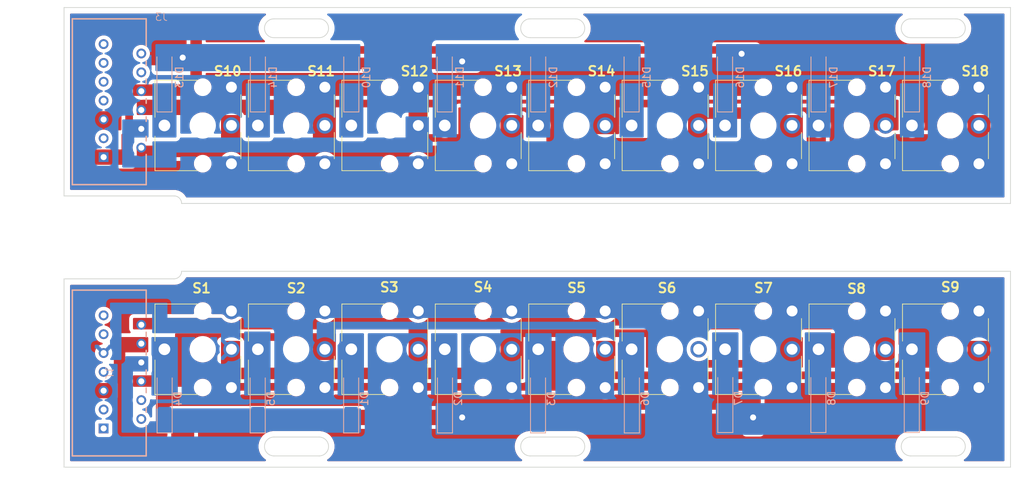
<source format=kicad_pcb>
(kicad_pcb (version 20231007) (generator pcbnew)
  (layers (0 "F.Cu" signal) (31 "B.Cu" signal) (34 "B.Paste" user) (35 "F.Paste" user) (36 "B.SilkS" user "B.Silkscreen") (37 "F.SilkS" user "F.Silkscreen") (38 "B.Mask" user) (39 "F.Mask" user) (44 "Edge.Cuts" user))
  (net 0 "")
  (net 1 "/right_fkeys/ROW_F2")
  (net 2 "/right_fkeys/COL_3")
  (net 5 "/right_fkeys/COL_5")
  (net 6 "/right_fkeys/ROW_ESC")
  (net 7 "/right_fkeys/COL_4")
  (net 8 "/left_fkeys/COL_2")
  (net 9 "/left_fkeys/ROW_F2")
  (net 10 "/left_fkeys/ROW_ESC")
  (net 11 "/left_fkeys/ROW_F1")
  (net 12 "/left_fkeys/COL_0")
  (net 13 "/left_fkeys/COL_1")
  (net 14 "/right_fkeys/ROW_F1")
  (net 15 "GND_R")
  (net 16 "GND_L")
  (net 17 "Net-(D1-A)")
  (net 18 "Net-(D2-A)")
  (net 19 "Net-(D3-A)")
  (net 20 "Net-(D4-A)")
  (net 21 "Net-(D5-A)")
  (net 22 "Net-(D6-A)")
  (net 23 "Net-(D7-A)")
  (net 24 "Net-(D8-A)")
  (net 25 "Net-(D9-A)")
  (net 26 "Net-(D10-K)")
  (net 27 "Net-(D11-K)")
  (net 28 "Net-(D12-K)")
  (net 29 "Net-(D13-K)")
  (net 30 "Net-(D14-K)")
  (net 31 "Net-(D15-K)")
  (net 32 "Net-(D16-K)")
  (net 33 "Net-(D17-K)")
  (net 34 "Net-(D18-K)")
  (net 38 "/left_fkeys/ROW_F2__")
  (net 39 "/left_fkeys/ROW_F2_")
  (net 40 "/left_fkeys/ROW_F1_")
  (net 41 "/right_fkeys/ROW_F2_")
  (net 42 "/right_fkeys/ROW_F2__")
  (net 43 "/right_fkeys/COL_5_")
  (net 44 "/right_fkeys/ROW_F1_")
  (net 45 "/right_fkeys/ROW_F1__")
  (net 46 "/left_fkeys/__ROW_F1")
  (footprint "dodo_button_and_switch:ML1A11JW" (layer "F.Cu") (at 128.805 103.61 -90)
    (property "Reference" "S2" (at -3.02 3.81 180) (layer "F.SilkS") (effects (font (size 1.27 1.27) (thickness 0.254))))
    (property "Value" "ML1A-11JW" hide)
    (pad "" np_thru_hole circle (at 0 3.81 270) (size 1.55 1.55) (drill 1.55) (layers "*.Cu" "*.Mask"))
    (pad "" np_thru_hole circle (at 5.08 3.81 270) (size 2.7 2.7) (drill 2.7) (layers "*.Cu" "*.Mask"))
    (pad "" np_thru_hole circle (at 10.16 3.81 270) (size 1.55 1.55) (drill 1.55) (layers "*.Cu" "*.Mask"))
    (pad "1" thru_hole circle (at 0 0 270) (size 2.175 2.175) (drill 1.45) (layers "*.Cu" "*.Mask") (net 15 "GND_R"))
    (pad "2" thru_hole circle (at 5.08 0 270) (size 2.175 2.175) (drill 1.45) (layers "*.Cu" "*.Mask") (net 14 "/right_fkeys/ROW_F1"))
    (pad "3" thru_hole circle (at 10.16 0 270) (size 2.175 2.175) (drill 1.45) (layers "*.Cu" "*.Mask") (net 15 "GND_R"))
    (pad "4" thru_hole circle (at 5.08 8.89 270) (size 2.325 2.325) (drill 1.55) (layers "*.Cu" "*.Mask") (net 21 "Net-(D5-A)"))
  )
  (footprint "dodo_button_and_switch:ML1A11JW" (layer "F.Cu") (at 203.205 73.91 -90)
    (property "Reference" "S17" (at -2.12 0.49 180) (layer "F.SilkS") (effects (font (size 1.27 1.27) (thickness 0.254))))
    (property "Value" "ML1A-11JW" hide)
    (pad "" np_thru_hole circle (at 0 3.81 270) (size 1.55 1.55) (drill 1.55) (layers "*.Cu" "*.Mask"))
    (pad "" np_thru_hole circle (at 5.08 3.81 270) (size 2.7 2.7) (drill 2.7) (layers "*.Cu" "*.Mask"))
    (pad "" np_thru_hole circle (at 10.16 3.81 270) (size 1.55 1.55) (drill 1.55) (layers "*.Cu" "*.Mask"))
    (pad "1" thru_hole circle (at 0 0 270) (size 2.175 2.175) (drill 1.45) (layers "*.Cu" "*.Mask") (net 16 "GND_L"))
    (pad "2" thru_hole circle (at 5.08 0 270) (size 2.175 2.175) (drill 1.45) (layers "*.Cu" "*.Mask") (net 11 "/left_fkeys/ROW_F1"))
    (pad "3" thru_hole circle (at 10.16 0 270) (size 2.175 2.175) (drill 1.45) (layers "*.Cu" "*.Mask") (net 16 "GND_L"))
    (pad "4" thru_hole circle (at 5.08 8.89 270) (size 2.325 2.325) (drill 1.55) (layers "*.Cu" "*.Mask") (net 33 "Net-(D17-K)"))
  )
  (footprint "dodo_button_and_switch:ML1A11JW" (layer "F.Cu") (at 153.605 103.61 -90)
    (property "Reference" "S4" (at -3.17 3.81 180) (layer "F.SilkS") (effects (font (size 1.27 1.27) (thickness 0.254))))
    (property "Value" "ML1A-11JW" hide)
    (pad "" np_thru_hole circle (at 0 3.81 270) (size 1.55 1.55) (drill 1.55) (layers "*.Cu" "*.Mask"))
    (pad "" np_thru_hole circle (at 5.08 3.81 270) (size 2.7 2.7) (drill 2.7) (layers "*.Cu" "*.Mask"))
    (pad "" np_thru_hole circle (at 10.16 3.81 270) (size 1.55 1.55) (drill 1.55) (layers "*.Cu" "*.Mask"))
    (pad "1" thru_hole circle (at 0 0 270) (size 2.175 2.175) (drill 1.45) (layers "*.Cu" "*.Mask") (net 15 "GND_R"))
    (pad "2" thru_hole circle (at 5.08 0 270) (size 2.175 2.175) (drill 1.45) (layers "*.Cu" "*.Mask") (net 6 "/right_fkeys/ROW_ESC"))
    (pad "3" thru_hole circle (at 10.16 0 270) (size 2.175 2.175) (drill 1.45) (layers "*.Cu" "*.Mask") (net 15 "GND_R"))
    (pad "4" thru_hole circle (at 5.08 8.89 270) (size 2.325 2.325) (drill 1.55) (layers "*.Cu" "*.Mask") (net 18 "Net-(D2-A)"))
  )
  (footprint "dodo_button_and_switch:ML1A11JW" (layer "F.Cu") (at 116.405 73.91 -90)
    (property "Reference" "S10" (at -2.12 0.49 180) (layer "F.SilkS") (effects (font (size 1.27 1.27) (thickness 0.254))))
    (property "Value" "ML1A-11JW" hide)
    (pad "" np_thru_hole circle (at 0 3.81 270) (size 1.55 1.55) (drill 1.55) (layers "*.Cu" "*.Mask"))
    (pad "" np_thru_hole circle (at 5.08 3.81 270) (size 2.7 2.7) (drill 2.7) (layers "*.Cu" "*.Mask"))
    (pad "" np_thru_hole circle (at 10.16 3.81 270) (size 1.55 1.55) (drill 1.55) (layers "*.Cu" "*.Mask"))
    (pad "1" thru_hole circle (at 0 0 270) (size 2.175 2.175) (drill 1.45) (layers "*.Cu" "*.Mask") (net 16 "GND_L"))
    (pad "2" thru_hole circle (at 5.08 0 270) (size 2.175 2.175) (drill 1.45) (layers "*.Cu" "*.Mask") (net 10 "/left_fkeys/ROW_ESC"))
    (pad "3" thru_hole circle (at 10.16 0 270) (size 2.175 2.175) (drill 1.45) (layers "*.Cu" "*.Mask") (net 16 "GND_L"))
    (pad "4" thru_hole circle (at 5.08 8.89 270) (size 2.325 2.325) (drill 1.55) (layers "*.Cu" "*.Mask") (net 29 "Net-(D13-K)"))
  )
  (footprint "dodo_button_and_switch:ML1A11JW" (layer "F.Cu") (at 153.605 73.91 -90)
    (property "Reference" "S13" (at -2.12 0.49 180) (layer "F.SilkS") (effects (font (size 1.27 1.27) (thickness 0.254))))
    (property "Value" "ML1A-11JW" hide)
    (pad "" np_thru_hole circle (at 0 3.81 270) (size 1.55 1.55) (drill 1.55) (layers "*.Cu" "*.Mask"))
    (pad "" np_thru_hole circle (at 5.08 3.81 270) (size 2.7 2.7) (drill 2.7) (layers "*.Cu" "*.Mask"))
    (pad "" np_thru_hole circle (at 10.16 3.81 270) (size 1.55 1.55) (drill 1.55) (layers "*.Cu" "*.Mask"))
    (pad "1" thru_hole circle (at 0 0 270) (size 2.175 2.175) (drill 1.45) (layers "*.Cu" "*.Mask") (net 16 "GND_L"))
    (pad "2" thru_hole circle (at 5.08 0 270) (size 2.175 2.175) (drill 1.45) (layers "*.Cu" "*.Mask") (net 10 "/left_fkeys/ROW_ESC"))
    (pad "3" thru_hole circle (at 10.16 0 270) (size 2.175 2.175) (drill 1.45) (layers "*.Cu" "*.Mask") (net 16 "GND_L"))
    (pad "4" thru_hole circle (at 5.08 8.89 270) (size 2.325 2.325) (drill 1.55) (layers "*.Cu" "*.Mask") (net 27 "Net-(D11-K)"))
  )
  (footprint "dodo_button_and_switch:ML1A11JW" (layer "F.Cu") (at 166.005 103.61 -90)
    (property "Reference" "S5" (at -3.0695 3.795 180) (layer "F.SilkS") (effects (font (size 1.27 1.27) (thickness 0.254))))
    (property "Value" "ML1A-11JW" hide)
    (pad "" np_thru_hole circle (at 0 3.81 270) (size 1.55 1.55) (drill 1.55) (layers "*.Cu" "*.Mask"))
    (pad "" np_thru_hole circle (at 5.08 3.81 270) (size 2.7 2.7) (drill 2.7) (layers "*.Cu" "*.Mask"))
    (pad "" np_thru_hole circle (at 10.16 3.81 270) (size 1.55 1.55) (drill 1.55) (layers "*.Cu" "*.Mask"))
    (pad "1" thru_hole circle (at 0 0 270) (size 2.175 2.175) (drill 1.45) (layers "*.Cu" "*.Mask") (net 15 "GND_R"))
    (pad "2" thru_hole circle (at 5.08 0 270) (size 2.175 2.175) (drill 1.45) (layers "*.Cu" "*.Mask") (net 14 "/right_fkeys/ROW_F1"))
    (pad "3" thru_hole circle (at 10.16 0 270) (size 2.175 2.175) (drill 1.45) (layers "*.Cu" "*.Mask") (net 15 "GND_R"))
    (pad "4" thru_hole circle (at 5.08 8.89 270) (size 2.325 2.325) (drill 1.55) (layers "*.Cu" "*.Mask") (net 19 "Net-(D3-A)"))
  )
  (footprint "dodo_button_and_switch:ML1A11JW" (layer "F.Cu") (at 141.205 73.91 -90)
    (property "Reference" "S12" (at -2.12 0.49 180) (layer "F.SilkS") (effects (font (size 1.27 1.27) (thickness 0.254))))
    (property "Value" "ML1A-11JW" hide)
    (pad "" np_thru_hole circle (at 0 3.81 270) (size 1.55 1.55) (drill 1.55) (layers "*.Cu" "*.Mask"))
    (pad "" np_thru_hole circle (at 5.08 3.81 270) (size 2.7 2.7) (drill 2.7) (layers "*.Cu" "*.Mask"))
    (pad "" np_thru_hole circle (at 10.16 3.81 270) (size 1.55 1.55) (drill 1.55) (layers "*.Cu" "*.Mask"))
    (pad "1" thru_hole circle (at 0 0 270) (size 2.175 2.175) (drill 1.45) (layers "*.Cu" "*.Mask") (net 16 "GND_L"))
    (pad "2" thru_hole circle (at 5.08 0 270) (size 2.175 2.175) (drill 1.45) (layers "*.Cu" "*.Mask") (net 9 "/left_fkeys/ROW_F2"))
    (pad "3" thru_hole circle (at 10.16 0 270) (size 2.175 2.175) (drill 1.45) (layers "*.Cu" "*.Mask") (net 16 "GND_L"))
    (pad "4" thru_hole circle (at 5.08 8.89 270) (size 2.325 2.325) (drill 1.55) (layers "*.Cu" "*.Mask") (net 26 "Net-(D10-K)"))
  )
  (footprint "dodo_button_and_switch:ML1A11JW" (layer "F.Cu") (at 128.805 73.91 -90)
    (property "Reference" "S11" (at -2.12 0.49 180) (layer "F.SilkS") (effects (font (size 1.27 1.27) (thickness 0.254))))
    (property "Value" "ML1A-11JW" hide)
    (pad "" np_thru_hole circle (at 0 3.81 270) (size 1.55 1.55) (drill 1.55) (layers "*.Cu" "*.Mask"))
    (pad "" np_thru_hole circle (at 5.08 3.81 270) (size 2.7 2.7) (drill 2.7) (layers "*.Cu" "*.Mask"))
    (pad "" np_thru_hole circle (at 10.16 3.81 270) (size 1.55 1.55) (drill 1.55) (layers "*.Cu" "*.Mask"))
    (pad "1" thru_hole circle (at 0 0 270) (size 2.175 2.175) (drill 1.45) (layers "*.Cu" "*.Mask") (net 16 "GND_L"))
    (pad "2" thru_hole circle (at 5.08 0 270) (size 2.175 2.175) (drill 1.45) (layers "*.Cu" "*.Mask") (net 11 "/left_fkeys/ROW_F1"))
    (pad "3" thru_hole circle (at 10.16 0 270) (size 2.175 2.175) (drill 1.45) (layers "*.Cu" "*.Mask") (net 16 "GND_L"))
    (pad "4" thru_hole circle (at 5.08 8.89 270) (size 2.325 2.325) (drill 1.55) (layers "*.Cu" "*.Mask") (net 30 "Net-(D14-K)"))
  )
  (footprint "dodo_button_and_switch:ML1A11JW" (layer "F.Cu") (at 190.805 103.61 -90)
    (property "Reference" "S7" (at -3.0545 3.7955 180) (layer "F.SilkS") (effects (font (size 1.27 1.27) (thickness 0.254))))
    (property "Value" "ML1A-11JW" hide)
    (pad "" np_thru_hole circle (at 0 3.81 270) (size 1.55 1.55) (drill 1.55) (layers "*.Cu" "*.Mask"))
    (pad "" np_thru_hole circle (at 5.08 3.81 270) (size 2.7 2.7) (drill 2.7) (layers "*.Cu" "*.Mask"))
    (pad "" np_thru_hole circle (at 10.16 3.81 270) (size 1.55 1.55) (drill 1.55) (layers "*.Cu" "*.Mask"))
    (pad "1" thru_hole circle (at 0 0 270) (size 2.175 2.175) (drill 1.45) (layers "*.Cu" "*.Mask") (net 15 "GND_R"))
    (pad "2" thru_hole circle (at 5.08 0 270) (size 2.175 2.175) (drill 1.45) (layers "*.Cu" "*.Mask") (net 6 "/right_fkeys/ROW_ESC"))
    (pad "3" thru_hole circle (at 10.16 0 270) (size 2.175 2.175) (drill 1.45) (layers "*.Cu" "*.Mask") (net 15 "GND_R"))
    (pad "4" thru_hole circle (at 5.08 8.89 270) (size 2.325 2.325) (drill 1.55) (layers "*.Cu" "*.Mask") (net 23 "Net-(D7-A)"))
  )
  (footprint "dodo_button_and_switch:ML1A11JW" (layer "F.Cu") (at 166.005 73.91 -90)
    (property "Reference" "S14" (at -2.12 0.49 180) (layer "F.SilkS") (effects (font (size 1.27 1.27) (thickness 0.254))))
    (property "Value" "ML1A-11JW" hide)
    (pad "" np_thru_hole circle (at 0 3.81 270) (size 1.55 1.55) (drill 1.55) (layers "*.Cu" "*.Mask"))
    (pad "" np_thru_hole circle (at 5.08 3.81 270) (size 2.7 2.7) (drill 2.7) (layers "*.Cu" "*.Mask"))
    (pad "" np_thru_hole circle (at 10.16 3.81 270) (size 1.55 1.55) (drill 1.55) (layers "*.Cu" "*.Mask"))
    (pad "1" thru_hole circle (at 0 0 270) (size 2.175 2.175) (drill 1.45) (layers "*.Cu" "*.Mask") (net 16 "GND_L"))
    (pad "2" thru_hole circle (at 5.08 0 270) (size 2.175 2.175) (drill 1.45) (layers "*.Cu" "*.Mask") (net 11 "/left_fkeys/ROW_F1"))
    (pad "3" thru_hole circle (at 10.16 0 270) (size 2.175 2.175) (drill 1.45) (layers "*.Cu" "*.Mask") (net 16 "GND_L"))
    (pad "4" thru_hole circle (at 5.08 8.89 270) (size 2.325 2.325) (drill 1.55) (layers "*.Cu" "*.Mask") (net 28 "Net-(D12-K)"))
  )
  (footprint "dodo_button_and_switch:ML1A11JW" (layer "F.Cu") (at 215.605 73.91 -90)
    (property "Reference" "S18" (at -2.12 0.49 180) (layer "F.SilkS") (effects (font (size 1.27 1.27) (thickness 0.254))))
    (property "Value" "ML1A-11JW" hide)
    (pad "" np_thru_hole circle (at 0 3.81 270) (size 1.55 1.55) (drill 1.55) (layers "*.Cu" "*.Mask"))
    (pad "" np_thru_hole circle (at 5.08 3.81 270) (size 2.7 2.7) (drill 2.7) (layers "*.Cu" "*.Mask"))
    (pad "" np_thru_hole circle (at 10.16 3.81 270) (size 1.55 1.55) (drill 1.55) (layers "*.Cu" "*.Mask"))
    (pad "1" thru_hole circle (at 0 0 270) (size 2.175 2.175) (drill 1.45) (layers "*.Cu" "*.Mask") (net 16 "GND_L"))
    (pad "2" thru_hole circle (at 5.08 0 270) (size 2.175 2.175) (drill 1.45) (layers "*.Cu" "*.Mask") (net 9 "/left_fkeys/ROW_F2"))
    (pad "3" thru_hole circle (at 10.16 0 270) (size 2.175 2.175) (drill 1.45) (layers "*.Cu" "*.Mask") (net 16 "GND_L"))
    (pad "4" thru_hole circle (at 5.08 8.89 270) (size 2.325 2.325) (drill 1.55) (layers "*.Cu" "*.Mask") (net 34 "Net-(D18-K)"))
  )
  (footprint "dodo_button_and_switch:ML1A11JW" (layer "F.Cu") (at 215.605 103.61 -90)
    (property "Reference" "S9" (at -3.1695 3.795 0) (layer "F.SilkS") (effects (font (size 1.27 1.27) (thickness 0.254))))
    (property "Value" "ML1A-11JW" hide)
    (pad "" np_thru_hole circle (at 0 3.81 270) (size 1.55 1.55) (drill 1.55) (layers "*.Cu" "*.Mask"))
    (pad "" np_thru_hole circle (at 5.08 3.81 270) (size 2.7 2.7) (drill 2.7) (layers "*.Cu" "*.Mask"))
    (pad "" np_thru_hole circle (at 10.16 3.81 270) (size 1.55 1.55) (drill 1.55) (layers "*.Cu" "*.Mask"))
    (pad "1" thru_hole circle (at 0 0 270) (size 2.175 2.175) (drill 1.45) (layers "*.Cu" "*.Mask") (net 15 "GND_R"))
    (pad "2" thru_hole circle (at 5.08 0 270) (size 2.175 2.175) (drill 1.45) (layers "*.Cu" "*.Mask") (net 14 "/right_fkeys/ROW_F1"))
    (pad "3" thru_hole circle (at 10.16 0 270) (size 2.175 2.175) (drill 1.45) (layers "*.Cu" "*.Mask") (net 15 "GND_R"))
    (pad "4" thru_hole circle (at 5.08 8.89 270) (size 2.325 2.325) (drill 1.55) (layers "*.Cu" "*.Mask") (net 25 "Net-(D9-A)"))
  )
  (footprint "dodo_button_and_switch:ML1A11JW" (layer "F.Cu") (at 141.205 103.61 -90)
    (property "Reference" "S3" (at -3.1495 3.845 180) (layer "F.SilkS") (effects (font (size 1.27 1.27) (thickness 0.254))))
    (property "Value" "ML1A-11JW" hide)
    (pad "" np_thru_hole circle (at 0 3.81 270) (size 1.55 1.55) (drill 1.55) (layers "*.Cu" "*.Mask"))
    (pad "" np_thru_hole circle (at 5.08 3.81 270) (size 2.7 2.7) (drill 2.7) (layers "*.Cu" "*.Mask"))
    (pad "" np_thru_hole circle (at 10.16 3.81 270) (size 1.55 1.55) (drill 1.55) (layers "*.Cu" "*.Mask"))
    (pad "1" thru_hole circle (at 0 0 270) (size 2.175 2.175) (drill 1.45) (layers "*.Cu" "*.Mask") (net 15 "GND_R"))
    (pad "2" thru_hole circle (at 5.08 0 270) (size 2.175 2.175) (drill 1.45) (layers "*.Cu" "*.Mask") (net 1 "/right_fkeys/ROW_F2"))
    (pad "3" thru_hole circle (at 10.16 0 270) (size 2.175 2.175) (drill 1.45) (layers "*.Cu" "*.Mask") (net 15 "GND_R"))
    (pad "4" thru_hole circle (at 5.08 8.89 270) (size 2.325 2.325) (drill 1.55) (layers "*.Cu" "*.Mask") (net 17 "Net-(D1-A)"))
  )
  (footprint "dodo_button_and_switch:ML1A11JW" (layer "F.Cu") (at 203.205 103.61 -90)
    (property "Reference" "S8" (at -2.9545 3.8455 180) (layer "F.SilkS") (effects (font (size 1.27 1.27) (thickness 0.254))))
    (property "Value" "ML1A-11JW" hide)
    (pad "" np_thru_hole circle (at 0 3.81 270) (size 1.55 1.55) (drill 1.55) (layers "*.Cu" "*.Mask"))
    (pad "" np_thru_hole circle (at 5.08 3.81 270) (size 2.7 2.7) (drill 2.7) (layers "*.Cu" "*.Mask"))
    (pad "" np_thru_hole circle (at 10.16 3.81 270) (size 1.55 1.55) (drill 1.55) (layers "*.Cu" "*.Mask"))
    (pad "1" thru_hole circle (at 0 0 270) (size 2.175 2.175) (drill 1.45) (layers "*.Cu" "*.Mask") (net 15 "GND_R"))
    (pad "2" thru_hole circle (at 5.08 0 270) (size 2.175 2.175) (drill 1.45) (layers "*.Cu" "*.Mask") (net 1 "/right_fkeys/ROW_F2"))
    (pad "3" thru_hole circle (at 10.16 0 270) (size 2.175 2.175) (drill 1.45) (layers "*.Cu" "*.Mask") (net 15 "GND_R"))
    (pad "4" thru_hole circle (at 5.08 8.89 270) (size 2.325 2.325) (drill 1.55) (layers "*.Cu" "*.Mask") (net 24 "Net-(D8-A)"))
  )
  (footprint "dodo_button_and_switch:ML1A11JW" (layer "F.Cu") (at 190.805 73.91 -90)
    (property "Reference" "S16" (at -2.12 0.49 180) (layer "F.SilkS") (effects (font (size 1.27 1.27) (thickness 0.254))))
    (property "Value" "ML1A-11JW" hide)
    (pad "" np_thru_hole circle (at 0 3.81 270) (size 1.55 1.55) (drill 1.55) (layers "*.Cu" "*.Mask"))
    (pad "" np_thru_hole circle (at 5.08 3.81 270) (size 2.7 2.7) (drill 2.7) (layers "*.Cu" "*.Mask"))
    (pad "" np_thru_hole circle (at 10.16 3.81 270) (size 1.55 1.55) (drill 1.55) (layers "*.Cu" "*.Mask"))
    (pad "1" thru_hole circle (at 0 0 270) (size 2.175 2.175) (drill 1.45) (layers "*.Cu" "*.Mask") (net 16 "GND_L"))
    (pad "2" thru_hole circle (at 5.08 0 270) (size 2.175 2.175) (drill 1.45) (layers "*.Cu" "*.Mask") (net 10 "/left_fkeys/ROW_ESC"))
    (pad "3" thru_hole circle (at 10.16 0 270) (size 2.175 2.175) (drill 1.45) (layers "*.Cu" "*.Mask") (net 16 "GND_L"))
    (pad "4" thru_hole circle (at 5.08 8.89 270) (size 2.325 2.325) (drill 1.55) (layers "*.Cu" "*.Mask") (net 32 "Net-(D16-K)"))
  )
  (footprint "dodo_button_and_switch:ML1A11JW" (layer "F.Cu") (at 116.405 103.61 -90)
    (property "Reference" "S1" (at -3.02 3.96 180) (layer "F.SilkS") (effects (font (size 1.27 1.27) (thickness 0.254))))
    (property "Value" "ML1A-11JW" hide)
    (pad "" np_thru_hole circle (at 0 3.81 270) (size 1.55 1.55) (drill 1.55) (layers "*.Cu" "*.Mask"))
    (pad "" np_thru_hole circle (at 5.08 3.81 270) (size 2.7 2.7) (drill 2.7) (layers "*.Cu" "*.Mask"))
    (pad "" np_thru_hole circle (at 10.16 3.81 270) (size 1.55 1.55) (drill 1.55) (layers "*.Cu" "*.Mask"))
    (pad "1" thru_hole circle (at 0 0 270) (size 2.175 2.175) (drill 1.45) (layers "*.Cu" "*.Mask") (net 15 "GND_R"))
    (pad "2" thru_hole circle (at 5.08 0 270) (size 2.175 2.175) (drill 1.45) (layers "*.Cu" "*.Mask") (net 6 "/right_fkeys/ROW_ESC"))
    (pad "3" thru_hole circle (at 10.16 0 270) (size 2.175 2.175) (drill 1.45) (layers "*.Cu" "*.Mask") (net 15 "GND_R"))
    (pad "4" thru_hole circle (at 5.08 8.89 270) (size 2.325 2.325) (drill 1.55) (layers "*.Cu" "*.Mask") (net 20 "Net-(D4-A)"))
  )
  (footprint "dodo_button_and_switch:ML1A11JW" (layer "F.Cu") (at 178.405 103.61 -90)
    (property "Reference" "S6" (at -3.0545 4.195 0) (layer "F.SilkS") (effects (font (size 1.27 1.27) (thickness 0.254))))
    (property "Value" "ML1A-11JW" hide)
    (pad "" np_thru_hole circle (at 0 3.81 270) (size 1.55 1.55) (drill 1.55) (layers "*.Cu" "*.Mask"))
    (pad "" np_thru_hole circle (at 5.08 3.81 270) (size 2.7 2.7) (drill 2.7) (layers "*.Cu" "*.Mask"))
    (pad "" np_thru_hole circle (at 10.16 3.81 270) (size 1.55 1.55) (drill 1.55) (layers "*.Cu" "*.Mask"))
    (pad "1" thru_hole circle (at 0 0 270) (size 2.175 2.175) (drill 1.45) (layers "*.Cu" "*.Mask") (net 15 "GND_R"))
    (pad "2" thru_hole circle (at 5.08 0 270) (size 2.175 2.175) (drill 1.45) (layers "*.Cu" "*.Mask") (net 1 "/right_fkeys/ROW_F2"))
    (pad "3" thru_hole circle (at 10.16 0 270) (size 2.175 2.175) (drill 1.45) (layers "*.Cu" "*.Mask") (net 15 "GND_R"))
    (pad "4" thru_hole circle (at 5.08 8.89 270) (size 2.325 2.325) (drill 1.55) (layers "*.Cu" "*.Mask") (net 22 "Net-(D6-A)"))
  )
  (footprint "dodo_button_and_switch:ML1A11JW" (layer "F.Cu") (at 178.405 73.91 -90)
    (property "Reference" "S15" (at -2.12 0.49 180) (layer "F.SilkS") (effects (font (size 1.27 1.27) (thickness 0.254))))
    (property "Value" "ML1A-11JW" hide)
    (pad "" np_thru_hole circle (at 0 3.81 270) (size 1.55 1.55) (drill 1.55) (layers "*.Cu" "*.Mask"))
    (pad "" np_thru_hole circle (at 5.08 3.81 270) (size 2.7 2.7) (drill 2.7) (layers "*.Cu" "*.Mask"))
    (pad "" np_thru_hole circle (at 10.16 3.81 270) (size 1.55 1.55) (drill 1.55) (layers "*.Cu" "*.Mask"))
    (pad "1" thru_hole circle (at 0 0 270) (size 2.175 2.175) (drill 1.45) (layers "*.Cu" "*.Mask") (net 16 "GND_L"))
    (pad "2" thru_hole circle (at 5.08 0 270) (size 2.175 2.175) (drill 1.45) (layers "*.Cu" "*.Mask") (net 9 "/left_fkeys/ROW_F2"))
    (pad "3" thru_hole circle (at 10.16 0 270) (size 2.175 2.175) (drill 1.45) (layers "*.Cu" "*.Mask") (net 16 "GND_L"))
    (pad "4" thru_hole circle (at 5.08 8.89 270) (size 2.325 2.325) (drill 1.55) (layers "*.Cu" "*.Mask") (net 31 "Net-(D15-K)"))
  )
  (footprint "Diode_SMD:D_MiniMELF_Handsoldering" (layer "B.Cu") (at 144.745 115.24 90)
    (property "Reference" "D2" (at 0 1.75 -90) (layer "B.SilkS") (effects (justify mirror)))
    (property "Value" "D")
    (pad "1" smd rect (at -2.75 0 90) (size 3.3 1.7) (layers "B.Cu" "B.Paste" "B.Mask") (net 7 "/right_fkeys/COL_4"))
    (pad "2" smd rect (at 2.75 0 90) (size 3.3 1.7) (layers "B.Cu" "B.Paste" "B.Mask") (net 18 "Net-(D2-A)"))
  )
  (footprint "Diode_SMD:D_MiniMELF_Handsoldering" (layer "B.Cu") (at 132.295 115.24 90)
    (property "Reference" "D1" (at 0 1.75 -90) (layer "B.SilkS") (effects (justify mirror)))
    (property "Value" "D")
    (pad "1" smd rect (at -2.75 0 90) (size 3.3 1.7) (layers "B.Cu" "B.Paste" "B.Mask") (net 2 "/right_fkeys/COL_3"))
    (pad "2" smd rect (at 2.75 0 90) (size 3.3 1.7) (layers "B.Cu" "B.Paste" "B.Mask") (net 17 "Net-(D1-A)"))
  )
  (footprint "Diode_SMD:D_MiniMELF_Handsoldering" (layer "B.Cu") (at 181.945 115.19 90)
    (property "Reference" "D7" (at 0 1.75 -90) (layer "B.SilkS") (effects (justify mirror)))
    (property "Value" "D")
    (pad "1" smd rect (at -2.75 0 90) (size 3.3 1.7) (layers "B.Cu" "B.Paste" "B.Mask") (net 5 "/right_fkeys/COL_5"))
    (pad "2" smd rect (at 2.75 0 90) (size 3.3 1.7) (layers "B.Cu" "B.Paste" "B.Mask") (net 23 "Net-(D7-A)"))
  )
  (footprint "Diode_SMD:D_MiniMELF_Handsoldering" (layer "B.Cu") (at 107.515 72.64 90)
    (property "Reference" "D13" (at 0.05 2 -90) (layer "B.SilkS") (effects (justify mirror)))
    (property "Value" "D")
    (pad "1" smd rect (at -2.75 0 90) (size 3.3 1.7) (layers "B.Cu" "B.Paste" "B.Mask") (net 29 "Net-(D13-K)"))
    (pad "2" smd rect (at 2.75 0 90) (size 3.3 1.7) (layers "B.Cu" "B.Paste" "B.Mask") (net 12 "/left_fkeys/COL_0"))
  )
  (footprint "Diode_SMD:D_MiniMELF_Handsoldering" (layer "B.Cu") (at 107.545 115.24 90)
    (property "Reference" "D4" (at 0 1.75 -90) (layer "B.SilkS") (effects (justify mirror)))
    (property "Value" "D")
    (pad "1" smd rect (at -2.75 0 90) (size 3.3 1.7) (layers "B.Cu" "B.Paste" "B.Mask") (net 2 "/right_fkeys/COL_3"))
    (pad "2" smd rect (at 2.75 0 90) (size 3.3 1.7) (layers "B.Cu" "B.Paste" "B.Mask") (net 20 "Net-(D4-A)"))
  )
  (footprint "Diode_SMD:D_MiniMELF_Handsoldering" (layer "B.Cu") (at 157.115 72.64 90)
    (property "Reference" "D12" (at 0.05 2 -90) (layer "B.SilkS") (effects (justify mirror)))
    (property "Value" "D")
    (pad "1" smd rect (at -2.75 0 90) (size 3.3 1.7) (layers "B.Cu" "B.Paste" "B.Mask") (net 28 "Net-(D12-K)"))
    (pad "2" smd rect (at 2.75 0 90) (size 3.3 1.7) (layers "B.Cu" "B.Paste" "B.Mask") (net 13 "/left_fkeys/COL_1"))
  )
  (footprint "dodo_conn:Molex-39-53-2134" (layer "B.Cu") (at 100.195 75.84 90)
    (property "Reference" "J3" (at 11.25 6.92 0 unlocked) (layer "B.SilkS") (effects (font (thickness 0.1)) (justify mirror)))
    (property "Value" "LEFT_13_TOP")
    (pad "1" thru_hole rect (at -7.35 -0.75 90) (size 1.3 1.3) (drill 0.8) (layers "*.Cu" "*.Mask") (net 12 "/left_fkeys/COL_0"))
    (pad "2" thru_hole circle (at -6.1 4.25 90) (size 1.3 1.3) (drill 0.8) (layers "*.Cu" "*.Mask") (net 10 "/left_fkeys/ROW_ESC"))
    (pad "3" thru_hole circle (at -4.85 -0.75 90) (size 1.3 1.3) (drill 0.8) (layers "*.Cu" "*.Mask") (net 46 "/left_fkeys/__ROW_F1"))
    (pad "4" thru_hole circle (at -3.6 4.25 90) (size 1.3 1.3) (drill 0.8) (layers "*.Cu" "*.Mask") (net 9 "/left_fkeys/ROW_F2"))
    (pad "5" thru_hole circle (at -2.35 -0.75 90) (size 1.3 1.3) (drill 0.8) (layers "*.Cu" "*.Mask") (net 8 "/left_fkeys/COL_2"))
    (pad "6" thru_hole circle (at -1.1 4.25 90) (size 1.3 1.3) (drill 0.8) (layers "*.Cu" "*.Mask") (net 11 "/left_fkeys/ROW_F1"))
    (pad "7" thru_hole circle (at 0.15 -0.75 90) (size 1.3 1.3) (drill 0.8) (layers "*.Cu" "*.Mask") (net 38 "/left_fkeys/ROW_F2__"))
    (pad "8" thru_hole circle (at 1.4 4.25 90) (size 1.3 1.3) (drill 0.8) (layers "*.Cu" "*.Mask") (net 13 "/left_fkeys/COL_1"))
    (pad "9" thru_hole circle (at 2.65 -0.75 90) (size 1.3 1.3) (drill 0.8) (layers "*.Cu" "*.Mask"))
    (pad "10" thru_hole circle (at 3.9 4.25 90) (size 1.3 1.3) (drill 0.8) (layers "*.Cu" "*.Mask") (net 40 "/left_fkeys/ROW_F1_"))
    (pad "11" thru_hole circle (at 5.15 -0.75 90) (size 1.3 1.3) (drill 0.8) (layers "*.Cu" "*.Mask") (net 39 "/left_fkeys/ROW_F2_"))
    (pad "12" thru_hole circle (at 6.4 4.25 90) (size 1.3 1.3) (drill 0.8) (layers "*.Cu" "*.Mask"))
    (pad "13" thru_hole circle (at 7.65 -0.75 90) (size 1.3 1.3) (drill 0.8) (layers "*.Cu" "*.Mask"))
  )
  (footprint "Diode_SMD:D_MiniMELF_Handsoldering" (layer "B.Cu") (at 169.545 115.24 90)
    (property "Reference" "D6" (at 0 1.75 -90) (layer "B.SilkS") (effects (justify mirror)))
    (property "Value" "D")
    (pad "1" smd rect (at -2.75 0 90) (size 3.3 1.7) (layers "B.Cu" "B.Paste" "B.Mask") (net 7 "/right_fkeys/COL_4"))
    (pad "2" smd rect (at 2.75 0 90) (size 3.3 1.7) (layers "B.Cu" "B.Paste" "B.Mask") (net 22 "Net-(D6-A)"))
  )
  (footprint "Diode_SMD:D_MiniMELF_Handsoldering" (layer "B.Cu") (at 181.915 72.64 90)
    (property "Reference" "D16" (at 0.05 2 -90) (layer "B.SilkS") (effects (justify mirror)))
    (property "Value" "D")
    (pad "1" smd rect (at -2.75 0 90) (size 3.3 1.7) (layers "B.Cu" "B.Paste" "B.Mask") (net 32 "Net-(D16-K)"))
    (pad "2" smd rect (at 2.75 0 90) (size 3.3 1.7) (layers "B.Cu" "B.Paste" "B.Mask") (net 8 "/left_fkeys/COL_2"))
  )
  (footprint "Diode_SMD:D_MiniMELF_Handsoldering" (layer "B.Cu") (at 206.695 115.19 90)
    (property "Reference" "D9" (at 0 1.75 -90) (layer "B.SilkS") (effects (justify mirror)))
    (property "Value" "D")
    (pad "1" smd rect (at -2.75 0 90) (size 3.3 1.7) (layers "B.Cu" "B.Paste" "B.Mask") (net 5 "/right_fkeys/COL_5"))
    (pad "2" smd rect (at 2.75 0 90) (size 3.3 1.7) (layers "B.Cu" "B.Paste" "B.Mask") (net 25 "Net-(D9-A)"))
  )
  (footprint "Diode_SMD:D_MiniMELF_Handsoldering" (layer "B.Cu") (at 144.715 72.64 90)
    (property "Reference" "D11" (at 0.05 2 -90) (layer "B.SilkS") (effects (justify mirror)))
    (property "Value" "D")
    (pad "1" smd rect (at -2.75 0 90) (size 3.3 1.7) (layers "B.Cu" "B.Paste" "B.Mask") (net 27 "Net-(D11-K)"))
    (pad "2" smd rect (at 2.75 0 90) (size 3.3 1.7) (layers "B.Cu" "B.Paste" "B.Mask") (net 13 "/left_fkeys/COL_1"))
  )
  (footprint "Diode_SMD:D_MiniMELF_Handsoldering" (layer "B.Cu") (at 194.295 115.19 90)
    (property "Reference" "D8" (at 0 1.75 -90) (layer "B.SilkS") (effects (justify mirror)))
    (property "Value" "D")
    (pad "1" smd rect (at -2.75 0 90) (size 3.3 1.7) (layers "B.Cu" "B.Paste" "B.Mask") (net 5 "/right_fkeys/COL_5"))
    (pad "2" smd rect (at 2.75 0 90) (size 3.3 1.7) (layers "B.Cu" "B.Paste" "B.Mask") (net 24 "Net-(D8-A)"))
  )
  (footprint "Diode_SMD:D_MiniMELF_Handsoldering" (layer "B.Cu") (at 206.715 72.64 90)
    (property "Reference" "D18" (at 0.05 2 -90) (layer "B.SilkS") (effects (justify mirror)))
    (property "Value" "D")
    (pad "1" smd rect (at -2.75 0 90) (size 3.3 1.7) (layers "B.Cu" "B.Paste" "B.Mask") (net 34 "Net-(D18-K)"))
    (pad "2" smd rect (at 2.75 0 90) (size 3.3 1.7) (layers "B.Cu" "B.Paste" "B.Mask") (net 8 "/left_fkeys/COL_2"))
  )
  (footprint "Diode_SMD:D_MiniMELF_Handsoldering" (layer "B.Cu") (at 119.915 72.64 90)
    (property "Reference" "D14" (at 0.05 2 -90) (layer "B.SilkS") (effects (justify mirror)))
    (property "Value" "D")
    (pad "1" smd rect (at -2.75 0 90) (size 3.3 1.7) (layers "B.Cu" "B.Paste" "B.Mask") (net 30 "Net-(D14-K)"))
    (pad "2" smd rect (at 2.75 0 90) (size 3.3 1.7) (layers "B.Cu" "B.Paste" "B.Mask") (net 12 "/left_fkeys/COL_0"))
  )
  (footprint "Diode_SMD:D_MiniMELF_Handsoldering" (layer "B.Cu") (at 119.895 115.24 90)
    (property "Reference" "D5" (at 0 1.75 -90) (layer "B.SilkS") (effects (justify mirror)))
    (property "Value" "D")
    (pad "1" smd rect (at -2.75 0 90) (size 3.3 1.7) (layers "B.Cu" "B.Paste" "B.Mask") (net 2 "/right_fkeys/COL_3"))
    (pad "2" smd rect (at 2.75 0 90) (size 3.3 1.7) (layers "B.Cu" "B.Paste" "B.Mask") (net 21 "Net-(D5-A)"))
  )
  (footprint "Diode_SMD:D_MiniMELF_Handsoldering" (layer "B.Cu") (at 194.315 72.64 90)
    (property "Reference" "D17" (at 0.05 2 -90) (layer "B.SilkS") (effects (justify mirror)))
    (property "Value" "D")
    (pad "1" smd rect (at -2.75 0 90) (size 3.3 1.7) (layers "B.Cu" "B.Paste" "B.Mask") (net 33 "Net-(D17-K)"))
    (pad "2" smd rect (at 2.75 0 90) (size 3.3 1.7) (layers "B.Cu" "B.Paste" "B.Mask") (net 8 "/left_fkeys/COL_2"))
  )
  (footprint "dodo_conn:Molex-39-53-2134" (layer "B.Cu") (at 100.195 111.84 90)
    (property "Reference" "J1" (at 0 0 -90 unlocked) (layer "B.SilkS") (effects (font (thickness 0.1)) (justify mirror)))
    (property "Value" "RIGHT_13_TOP")
    (pad "1" thru_hole rect (at -7.35 -0.75 90) (size 1.3 1.3) (drill 0.8) (layers "*.Cu" "*.Mask"))
    (pad "2" thru_hole circle (at -6.1 4.25 90) (size 1.3 1.3) (drill 0.8) (layers "*.Cu" "*.Mask"))
    (pad "3" thru_hole circle (at -4.85 -0.75 90) (size 1.3 1.3) (drill 0.8) (layers "*.Cu" "*.Mask") (net 44 "/right_fkeys/ROW_F1_"))
    (pad "4" thru_hole circle (at -3.6 4.25 90) (size 1.3 1.3) (drill 0.8) (layers "*.Cu" "*.Mask") (net 42 "/right_fkeys/ROW_F2__"))
    (pad "5" thru_hole circle (at -2.35 -0.75 90) (size 1.3 1.3) (drill 0.8) (layers "*.Cu" "*.Mask") (net 7 "/right_fkeys/COL_4"))
    (pad "6" thru_hole circle (at -1.1 4.25 90) (size 1.3 1.3) (drill 0.8) (layers "*.Cu" "*.Mask") (net 14 "/right_fkeys/ROW_F1"))
    (pad "7" thru_hole circle (at 0.15 -0.75 90) (size 1.3 1.3) (drill 0.8) (layers "*.Cu" "*.Mask") (net 41 "/right_fkeys/ROW_F2_"))
    (pad "8" thru_hole circle (at 1.4 4.25 90) (size 1.3 1.3) (drill 0.8) (layers "*.Cu" "*.Mask") (net 2 "/right_fkeys/COL_3"))
    (pad "9" thru_hole circle (at 2.65 -0.75 90) (size 1.3 1.3) (drill 0.8) (layers "*.Cu" "*.Mask") (net 6 "/right_fkeys/ROW_ESC"))
    (pad "10" thru_hole circle (at 3.9 4.25 90) (size 1.3 1.3) (drill 0.8) (layers "*.Cu" "*.Mask") (net 5 "/right_fkeys/COL_5"))
    (pad "11" thru_hole circle (at 5.15 -0.75 90) (size 1.3 1.3) (drill 0.8) (layers "*.Cu" "*.Mask") (net 43 "/right_fkeys/COL_5_"))
    (pad "12" thru_hole circle (at 6.4 4.25 90) (size 1.3 1.3) (drill 0.8) (layers "*.Cu" "*.Mask") (net 1 "/right_fkeys/ROW_F2"))
    (pad "13" thru_hole circle (at 7.65 -0.75 90) (size 1.3 1.3) (drill 0.8) (layers "*.Cu" "*.Mask") (net 45 "/right_fkeys/ROW_F1__"))
  )
  (footprint "Diode_SMD:D_MiniMELF_Handsoldering" (layer "B.Cu") (at 169.515 72.64 90)
    (property "Reference" "D15" (at 0.05 2 -90) (layer "B.SilkS") (effects (justify mirror)))
    (property "Value" "D")
    (pad "1" smd rect (at -2.75 0 90) (size 3.3 1.7) (layers "B.Cu" "B.Paste" "B.Mask") (net 31 "Net-(D15-K)"))
    (pad "2" smd rect (at 2.75 0 90) (size 3.3 1.7) (layers "B.Cu" "B.Paste" "B.Mask") (net 13 "/left_fkeys/COL_1"))
  )
  (footprint "Diode_SMD:D_MiniMELF_Handsoldering" (layer "B.Cu") (at 132.315 72.64 90)
    (property "Reference" "D10" (at 0.05 2 -90) (layer "B.SilkS") (effects (justify mirror)))
    (property "Value" "D")
    (pad "1" smd rect (at -2.75 0 90) (size 3.3 1.7) (layers "B.Cu" "B.Paste" "B.Mask") (net 26 "Net-(D10-K)"))
    (pad "2" smd rect (at 2.75 0 90) (size 3.3 1.7) (layers "B.Cu" "B.Paste" "B.Mask") (net 12 "/left_fkeys/COL_0"))
  )
  (footprint "Diode_SMD:D_MiniMELF_Handsoldering" (layer "B.Cu") (at 157.095 115.24 90)
    (property "Reference" "D3" (at 0 1.75 -90) (layer "B.SilkS") (effects (justify mirror)))
    (property "Value" "D")
    (pad "1" smd rect (at -2.75 0 90) (size 3.3 1.7) (layers "B.Cu" "B.Paste" "B.Mask") (net 7 "/right_fkeys/COL_4"))
    (pad "2" smd rect (at 2.75 0 90) (size 3.3 1.7) (layers "B.Cu" "B.Paste" "B.Mask") (net 19 "Net-(D3-A)"))
  )
  (gr_arc (start 156.045 67.34) (mid 154.795 66.09) (end 156.045 64.84) (stroke (width 0.1)) (layer "Edge.Cuts"))
  (gr_line (start 94.195 99.34) (end 94.195 124.34) (stroke (width 0.1)) (layer "Edge.Cuts"))
  (gr_arc (start 128.045 64.84) (mid 129.295 66.09) (end 128.045 67.34) (stroke (width 0.1)) (layer "Edge.Cuts"))
  (gr_line (start 108.795 99.34) (end 94.195 99.34) (stroke (width 0.1)) (layer "Edge.Cuts"))
  (gr_line (start 109.795 98.34) (end 219.795 98.34) (stroke (width 0.1)) (layer "Edge.Cuts"))
  (gr_line (start 128.045 120.34) (end 122.045 120.34) (stroke (width 0.1)) (layer "Edge.Cuts"))
  (gr_arc (start 109.795 98.34) (mid 109.502107 99.047107) (end 108.795 99.34) (stroke (width 0.1)) (layer "Edge.Cuts"))
  (gr_line (start 156.045 67.34) (end 162.045 67.34) (stroke (width 0.1)) (layer "Edge.Cuts"))
  (gr_line (start 212.545 122.84) (end 206.545 122.84) (stroke (width 0.1)) (layer "Edge.Cuts"))
  (gr_line (start 122.045 64.84) (end 128.045 64.84) (stroke (width 0.1)) (layer "Edge.Cuts"))
  (gr_line (start 206.545 64.84) (end 212.545 64.84) (stroke (width 0.1)) (layer "Edge.Cuts"))
  (gr_line (start 219.795 63.34) (end 94.195 63.34) (stroke (width 0.1)) (layer "Edge.Cuts"))
  (gr_line (start 206.545 67.34) (end 212.545 67.34) (stroke (width 0.1)) (layer "Edge.Cuts"))
  (gr_arc (start 206.545 67.34) (mid 205.295 66.09) (end 206.545 64.84) (stroke (width 0.1)) (layer "Edge.Cuts"))
  (gr_line (start 219.795 63.34) (end 219.795 89.34) (stroke (width 0.1)) (layer "Edge.Cuts"))
  (gr_line (start 108.795 88.34) (end 94.195 88.34) (stroke (width 0.1)) (layer "Edge.Cuts"))
  (gr_line (start 162.045 120.34) (end 156.045 120.34) (stroke (width 0.1)) (layer "Edge.Cuts"))
  (gr_line (start 219.795 89.34) (end 109.795 89.34) (stroke (width 0.1)) (layer "Edge.Cuts"))
  (gr_line (start 219.795 124.34) (end 94.195 124.34) (stroke (width 0.1)) (layer "Edge.Cuts"))
  (gr_arc (start 162.045 120.34) (mid 163.295 121.59) (end 162.045 122.84) (stroke (width 0.1)) (layer "Edge.Cuts"))
  (gr_line (start 219.795 98.34) (end 219.795 124.34) (stroke (width 0.1)) (layer "Edge.Cuts"))
  (gr_arc (start 212.545 120.34) (mid 213.795 121.59) (end 212.545 122.84) (stroke (width 0.1)) (layer "Edge.Cuts"))
  (gr_line (start 94.195 63.34) (end 94.195 88.34) (stroke (width 0.1)) (layer "Edge.Cuts"))
  (gr_arc (start 212.545 64.84) (mid 213.795 66.09) (end 212.545 67.34) (stroke (width 0.1)) (layer "Edge.Cuts"))
  (gr_arc (start 156.045 122.84) (mid 154.795 121.59) (end 156.045 120.34) (stroke (width 0.1)) (layer "Edge.Cuts"))
  (gr_line (start 128.045 122.84) (end 122.045 122.84) (stroke (width 0.1)) (layer "Edge.Cuts"))
  (gr_line (start 122.045 67.34) (end 128.045 67.34) (stroke (width 0.1)) (layer "Edge.Cuts"))
  (gr_line (start 162.045 122.84) (end 156.045 122.84) (stroke (width 0.1)) (layer "Edge.Cuts"))
  (gr_arc (start 122.045 67.34) (mid 120.795 66.09) (end 122.045 64.84) (stroke (width 0.1)) (layer "Edge.Cuts"))
  (gr_arc (start 108.795 88.34) (mid 109.502107 88.632893) (end 109.795 89.34) (stroke (width 0.1)) (layer "Edge.Cuts"))
  (gr_arc (start 162.045 64.84) (mid 163.295 66.09) (end 162.045 67.34) (stroke (width 0.1)) (layer "Edge.Cuts"))
  (gr_arc (start 122.045 122.84) (mid 120.795 121.59) (end 122.045 120.34) (stroke (width 0.1)) (layer "Edge.Cuts"))
  (gr_arc (start 128.045 120.34) (mid 129.295 121.59) (end 128.045 122.84) (stroke (width 0.1)) (layer "Edge.Cuts"))
  (gr_line (start 212.545 120.34) (end 206.545 120.34) (stroke (width 0.1)) (layer "Edge.Cuts"))
  (gr_line (start 156.045 64.84) (end 162.045 64.84) (stroke (width 0.1)) (layer "Edge.Cuts"))
  (gr_arc (start 206.545 122.84) (mid 205.295 121.59) (end 206.545 120.34) (stroke (width 0.1)) (layer "Edge.Cuts"))
  (via (at 185.635 117.736) (size 1.6) (drill 0.8) (layers "F.Cu" "B.Cu") (net 5))
  (via (at 147.027 117.736) (size 1.6) (drill 0.8) (layers "F.Cu" "B.Cu") (net 7))
  (via (at 184.111 69.476) (size 1.6) (drill 0.8) (layers "F.Cu" "B.Cu") (net 8))
  (via (at 109.943 69.984) (size 1.6) (drill 0.8) (layers "F.Cu" "B.Cu") (net 12))
  (via (at 147.027 70.492) (size 1.6) (drill 0.8) (layers "F.Cu" "B.Cu") (net 13))
  (zone (net 6) (net_name "/right_fkeys/ROW_ESC") (layer "F.Cu") (priority 20) (connect_pads yes (clearance 0.5)) (min_thickness 0.25) (fill yes (thermal_gap 0.5) (thermal_bridge_width 0.5))
    (polygon (pts (xy 115.023 107.576) (xy 115.023 112.656) (xy 155.155 112.656) (xy 155.155 107.068) (xy 171.411 107.068) (xy 171.411 111.132) (xy 192.239 111.132) (xy 192.239 107.068) (xy 189.191 107.068) (xy 189.191 110.116) (xy 172.935 110.116) (xy 172.935 106.052) (xy 152.107 106.052) (xy 152.107 111.132) (xy 117.563 111.132) (xy 117.563 107.576)))
  )
  (zone (net 5) (net_name "/right_fkeys/COL_5") (layer "F.Cu") (priority 16) (connect_pads yes (clearance 0.5)) (min_thickness 0.25) (fill yes (thermal_gap 0.5) (thermal_bridge_width 0.5))
    (polygon (pts (xy 100.799 107.068) (xy 105.371 107.068) (xy 105.371 109.1) (xy 102.323 109.1) (xy 102.323 119.26) (xy 106.387 119.26) (xy 106.387 114.688) (xy 186.651 114.688) (xy 186.651 119.768) (xy 184.619 119.768) (xy 184.619 116.72) (xy 108.419 116.72) (xy 108.419 120.784) (xy 100.799 120.784)))
  )
  (zone (net 11) (net_name "/left_fkeys/ROW_F1") (layer "F.Cu") (priority 8) (connect_pads yes (clearance 0.5)) (min_thickness 0.25) (fill yes (thermal_gap 0.5) (thermal_bridge_width 0.5))
    (polygon (pts (xy 199.859 80.144) (xy 204.939 80.144) (xy 204.939 75.572) (xy 103.339 75.572) (xy 103.339 77.604) (xy 127.215 77.604) (xy 127.215 81.16) (xy 130.263 81.16) (xy 130.263 76.588) (xy 164.299 76.588) (xy 164.299 80.652) (xy 167.855 80.652) (xy 167.855 76.588) (xy 199.859 76.588)))
  )
  (zone (net 10) (net_name "/left_fkeys/ROW_ESC") (layer "F.Cu") (priority 10) (connect_pads yes (clearance 0.5)) (min_thickness 0.25) (fill yes (thermal_gap 0.5) (thermal_bridge_width 0.5))
    (polygon (pts (xy 189.191 77.604) (xy 192.239 77.604) (xy 192.239 83.192) (xy 103.339 83.192) (xy 103.339 81.668) (xy 115.023 81.668) (xy 115.023 77.604) (xy 117.563 77.604) (xy 117.563 81.668) (xy 152.107 81.668) (xy 152.107 77.604) (xy 155.155 77.604) (xy 155.155 81.668) (xy 189.191 81.668)))
  )
  (zone (net 9) (net_name "/left_fkeys/ROW_F2") (layer "F.Cu") (priority 9) (connect_pads yes (clearance 0.5)) (min_thickness 0.25) (fill yes (thermal_gap 0.5) (thermal_bridge_width 0.5))
    (polygon (pts (xy 214.083 77.604) (xy 217.131 77.604) (xy 217.131 81.668) (xy 195.795 81.668) (xy 195.795 78.112) (xy 179.539 78.112) (xy 179.539 82.176) (xy 158.203 82.176) (xy 158.203 77.604) (xy 148.551 77.604) (xy 148.551 81.668) (xy 139.915 81.668) (xy 139.915 77.096) (xy 142.455 77.096) (xy 142.455 80.144) (xy 146.519 80.144) (xy 146.519 76.588) (xy 160.235 76.588) (xy 160.235 80.652) (xy 176.999 80.652) (xy 176.999 76.588) (xy 199.859 76.588) (xy 199.859 80.144) (xy 214.083 80.144)))
  )
  (zone (net 13) (net_name "/left_fkeys/COL_1") (layer "F.Cu") (priority 14) (connect_pads yes (clearance 0.5)) (min_thickness 0.25) (fill yes (thermal_gap 0.5) (thermal_bridge_width 0.5))
    (polygon (pts (xy 103.339 73.54) (xy 103.339 75.064) (xy 112.483 75.064) (xy 112.483 71.508) (xy 149.059 71.508) (xy 149.059 69.984) (xy 110.959 69.984) (xy 110.959 73.54)))
  )
  (zone (net 7) (net_name "/right_fkeys/COL_4") (layer "F.Cu") (priority 17) (connect_pads yes (clearance 0.5)) (min_thickness 0.25) (fill yes (thermal_gap 0.5) (thermal_bridge_width 0.5))
    (polygon (pts (xy 100.799 113.164) (xy 100.799 115.196) (xy 98.259 115.196) (xy 98.259 120.784) (xy 108.419 120.784) (xy 108.419 116.72) (xy 149.059 116.72) (xy 149.059 118.752) (xy 111.467 118.752) (xy 111.467 122.308) (xy 96.227 122.308) (xy 96.227 113.164)))
  )
  (zone (net 8) (net_name "/left_fkeys/COL_2") (layer "F.Cu") (priority 13) (connect_pads yes (clearance 0.5)) (min_thickness 0.25) (fill yes (thermal_gap 0.5) (thermal_bridge_width 0.5))
    (polygon (pts (xy 100.291 77.096) (xy 98.259 77.096) (xy 98.259 79.636) (xy 101.815 79.636) (xy 101.815 66.936) (xy 110.959 66.936) (xy 110.959 69.476) (xy 186.143 69.476) (xy 186.143 68.46) (xy 112.483 68.46) (xy 112.483 65.412) (xy 100.291 65.412)))
  )
  (zone (net 1) (net_name "/right_fkeys/ROW_F2") (layer "F.Cu") (priority 19) (connect_pads yes (clearance 0.5)) (min_thickness 0.25) (fill yes (thermal_gap 0.5) (thermal_bridge_width 0.5))
    (polygon (pts (xy 103.339 104.528) (xy 204.431 104.528) (xy 204.431 110.116) (xy 201.891 110.116) (xy 201.891 106.052) (xy 142.455 106.052) (xy 142.455 110.624) (xy 139.915 110.624) (xy 139.915 106.052) (xy 103.339 106.052)))
  )
  (zone (net 14) (net_name "/right_fkeys/ROW_F1") (layer "F.Cu") (priority 18) (connect_pads yes (clearance 0.5)) (min_thickness 0.25) (fill yes (thermal_gap 0.5) (thermal_bridge_width 0.5))
    (polygon (pts (xy 103.339 113.672) (xy 110.959 113.672) (xy 110.959 107.576) (xy 127.215 107.576) (xy 127.215 110.116) (xy 130.263 110.116) (xy 130.263 106.052) (xy 108.927 106.052) (xy 108.927 112.148) (xy 103.339 112.148)))
  )
  (zone (net 12) (net_name "/left_fkeys/COL_0") (layer "F.Cu") (priority 12) (connect_pads yes (clearance 0.5)) (min_thickness 0.25) (fill yes (thermal_gap 0.5) (thermal_bridge_width 0.5))
    (polygon (pts (xy 101.815 82.176) (xy 97.751 82.176) (xy 97.751 84.208) (xy 103.339 84.208) (xy 103.339 68.46) (xy 105.371 68.46) (xy 105.371 71) (xy 110.959 71) (xy 110.959 66.936) (xy 101.815 66.936)))
  )
  (zone (net 14) (net_name "/right_fkeys/ROW_F1") (layer "F.Cu") (priority 22) (connect_pads yes (clearance 0.5)) (min_thickness 0.25) (fill yes (thermal_gap 0.5) (thermal_bridge_width 0.5))
    (polygon (pts (xy 164.807 107.576) (xy 167.347 107.576) (xy 167.347 111.64) (xy 214.083 111.64) (xy 214.083 107.576) (xy 217.131 107.576) (xy 217.131 112.656) (xy 164.807 112.656)))
  )
  (zone (net 16) (net_name "GND_L") (layers "F&B.Cu") (connect_pads yes (clearance 0.5)) (min_thickness 0.25) (fill yes (thermal_gap 0.5) (thermal_bridge_width 0.5))
    (polygon (pts (xy 86.695 91.44) (xy 220.795 91.54) (xy 220.795 62.34) (xy 86.695 62.44)))
  )
  (zone (net 15) (net_name "GND_R") (layers "F&B.Cu") (connect_pads yes (clearance 0.5)) (min_thickness 0.25) (fill yes (thermal_gap 0.5) (thermal_bridge_width 0.5))
    (polygon (pts (xy 85.695 96.34) (xy 221.595 96.34) (xy 221.595 126.34) (xy 85.695 126.34)))
  )
  (zone (net 23) (net_name "Net-(D7-A)") (layer "B.Cu") (priority 1) (connect_pads yes (clearance 0.5)) (min_thickness 0.25) (fill yes (thermal_gap 0.5) (thermal_bridge_width 0.5))
    (polygon (pts (xy 180.195 114.74) (xy 183.695 114.74) (xy 183.695 106.44) (xy 180.195 106.44)))
  )
  (zone (net 28) (net_name "Net-(D12-K)") (layer "B.Cu") (priority 23) (connect_pads yes (clearance 0.5)) (min_thickness 0.25) (fill yes (thermal_gap 0.5) (thermal_bridge_width 0.5))
    (polygon (pts (xy 155.515 73.39) (xy 158.715 73.39) (xy 158.715 80.59) (xy 155.515 80.59)))
  )
  (zone (net 20) (net_name "Net-(D4-A)") (layer "B.Cu") (priority 1) (connect_pads yes (clearance 0.5)) (min_thickness 0.25) (fill yes (thermal_gap 0.5) (thermal_bridge_width 0.5))
    (polygon (pts (xy 105.795 114.84) (xy 109.295 114.84) (xy 109.295 106.848) (xy 105.795 106.848)))
  )
  (zone (net 8) (net_name "/left_fkeys/COL_2") (layer "B.Cu") (priority 7) (connect_pads yes (clearance 0.5)) (min_thickness 0.25) (fill yes (thermal_gap 0.5) (thermal_bridge_width 0.5))
    (polygon (pts (xy 180.715 68.19) (xy 180.715 71.79) (xy 207.915 71.79) (xy 207.915 68.19)))
  )
  (zone (net 7) (net_name "/right_fkeys/COL_4") (layer "B.Cu") (priority 2) (connect_pads yes (clearance 0.5)) (min_thickness 0.25) (fill yes (thermal_gap 0.5) (thermal_bridge_width 0.5))
    (polygon (pts (xy 143.495 115.84) (xy 143.495 120.04) (xy 170.795 120.04) (xy 170.795 115.84)))
  )
  (zone (net 12) (net_name "/left_fkeys/COL_0") (layer "B.Cu") (priority 7) (connect_pads yes (clearance 0.5)) (min_thickness 0.25) (fill yes (thermal_gap 0.5) (thermal_bridge_width 0.5))
    (polygon (pts (xy 106.315 68.19) (xy 106.315 71.79) (xy 133.515 71.79) (xy 133.515 68.19)))
  )
  (zone (net 30) (net_name "Net-(D14-K)") (layer "B.Cu") (priority 23) (connect_pads yes (clearance 0.5)) (min_thickness 0.25) (fill yes (thermal_gap 0.5) (thermal_bridge_width 0.5))
    (polygon (pts (xy 118.315 73.39) (xy 121.515 73.39) (xy 121.515 80.59) (xy 118.315 80.59)))
  )
  (zone (net 6) (net_name "/right_fkeys/ROW_ESC") (layer "B.Cu") (priority 15) (connect_pads (clearance 0.5)) (min_thickness 0.25) (fill yes (thermal_gap 0.5) (thermal_bridge_width 0.5))
    (polygon (pts (xy 98.259 108.084) (xy 98.259 110.116) (xy 101.815 110.116) (xy 101.815 104.02) (xy 105.879 104.02) (xy 105.879 106.56) (xy 115.023 106.56) (xy 115.023 110.116) (xy 117.563 110.116) (xy 117.563 104.528) (xy 107.911 104.528) (xy 107.911 102.496) (xy 100.291 102.496) (xy 100.291 108.084)))
  )
  (zone (net 32) (net_name "Net-(D16-K)") (layer "B.Cu") (priority 23) (connect_pads yes (clearance 0.5)) (min_thickness 0.25) (fill yes (thermal_gap 0.5) (thermal_bridge_width 0.5))
    (polygon (pts (xy 180.315 73.39) (xy 183.515 73.39) (xy 183.515 80.59) (xy 180.315 80.59)))
  )
  (zone (net 18) (net_name "Net-(D2-A)") (layer "B.Cu") (priority 1) (connect_pads yes (clearance 0.5)) (min_thickness 0.25) (fill yes (thermal_gap 0.5) (thermal_bridge_width 0.5) (island_removal_mode 1) (island_area_min 10))
    (polygon (pts (xy 142.895 114.74) (xy 146.395 114.74) (xy 146.395 106.44) (xy 142.895 106.44)))
  )
  (zone (net 24) (net_name "Net-(D8-A)") (layer "B.Cu") (priority 1) (connect_pads yes (clearance 0.5)) (min_thickness 0.25) (fill yes (thermal_gap 0.5) (thermal_bridge_width 0.5))
    (polygon (pts (xy 192.495 114.74) (xy 195.995 114.74) (xy 195.995 106.44) (xy 192.495 106.44)))
  )
  (zone (net 9) (net_name "/left_fkeys/ROW_F2") (layer "B.Cu") (priority 11) (connect_pads yes (clearance 0.5)) (min_thickness 0.25) (fill yes (thermal_gap 0.5) (thermal_bridge_width 0.5))
    (polygon (pts (xy 139.515 77.79) (xy 143.115 77.79) (xy 143.115 82.59) (xy 109.115 82.59) (xy 109.115 84.59) (xy 101.915 84.59) (xy 101.915 78.19) (xy 105.915 78.19) (xy 105.915 80.59) (xy 103.515 80.59) (xy 103.515 82.99) (xy 105.915 82.99) (xy 105.915 80.59) (xy 139.515 80.59)))
  )
  (zone (net 27) (net_name "Net-(D11-K)") (layer "B.Cu") (priority 23) (connect_pads yes (clearance 0.5)) (min_thickness 0.25) (fill yes (thermal_gap 0.5) (thermal_bridge_width 0.5))
    (polygon (pts (xy 143.115 73.39) (xy 146.315 73.39) (xy 146.315 80.59) (xy 143.115 80.59)))
  )
  (zone (net 34) (net_name "Net-(D18-K)") (layer "B.Cu") (priority 23) (connect_pads yes (clearance 0.5)) (min_thickness 0.25) (fill yes (thermal_gap 0.5) (thermal_bridge_width 0.5))
    (polygon (pts (xy 205.115 73.39) (xy 208.315 73.39) (xy 208.315 80.59) (xy 205.115 80.59)))
  )
  (zone (net 19) (net_name "Net-(D3-A)") (layer "B.Cu") (priority 1) (connect_pads yes (clearance 0.5)) (min_thickness 0.25) (fill yes (thermal_gap 0.5) (thermal_bridge_width 0.5))
    (polygon (pts (xy 155.395 114.74) (xy 158.895 114.74) (xy 158.895 106.44) (xy 155.395 106.44)))
  )
  (zone (net 17) (net_name "Net-(D1-A)") (layer "B.Cu") (priority 1) (connect_pads yes (clearance 0.5)) (min_thickness 0.25) (fill yes (thermal_gap 0.5) (thermal_bridge_width 0.5))
    (polygon (pts (xy 130.495 114.84) (xy 133.995 114.84) (xy 133.995 106.44) (xy 130.495 106.44)))
  )
  (zone (net 22) (net_name "Net-(D6-A)") (layer "B.Cu") (priority 1) (connect_pads yes (clearance 0.5)) (min_thickness 0.25) (fill yes (thermal_gap 0.5) (thermal_bridge_width 0.5))
    (polygon (pts (xy 167.695 114.74) (xy 171.195 114.74) (xy 171.195 106.44) (xy 167.695 106.44)))
  )
  (zone (net 25) (net_name "Net-(D9-A)") (layer "B.Cu") (priority 1) (connect_pads yes (clearance 0.5)) (min_thickness 0.25) (fill yes (thermal_gap 0.5) (thermal_bridge_width 0.5))
    (polygon (pts (xy 204.995 114.74) (xy 208.495 114.74) (xy 208.495 106.44) (xy 204.995 106.44)))
  )
  (zone (net 26) (net_name "Net-(D10-K)") (layer "B.Cu") (priority 23) (connect_pads yes (clearance 0.5)) (min_thickness 0.25) (fill yes (thermal_gap 0.5) (thermal_bridge_width 0.5))
    (polygon (pts (xy 130.715 73.39) (xy 133.915 73.39) (xy 133.915 80.59) (xy 130.715 80.59)))
  )
  (zone (net 5) (net_name "/right_fkeys/COL_5") (layer "B.Cu") (priority 3) (connect_pads yes (clearance 0.5)) (min_thickness 0.25) (fill yes (thermal_gap 0.5) (thermal_bridge_width 0.5))
    (polygon (pts (xy 180.695 115.84) (xy 180.695 120.04) (xy 207.995 120.04) (xy 207.995 115.84)))
  )
  (zone (net 31) (net_name "Net-(D15-K)") (layer "B.Cu") (priority 23) (connect_pads yes (clearance 0.5)) (min_thickness 0.25) (fill yes (thermal_gap 0.5) (thermal_bridge_width 0.5))
    (polygon (pts (xy 167.915 73.39) (xy 171.115 73.39) (xy 171.115 80.59) (xy 167.915 80.59)))
  )
  (zone (net 33) (net_name "Net-(D17-K)") (layer "B.Cu") (priority 23) (connect_pads yes (clearance 0.5)) (min_thickness 0.25) (fill yes (thermal_gap 0.5) (thermal_bridge_width 0.5))
    (polygon (pts (xy 192.715 73.39) (xy 195.915 73.39) (xy 195.915 80.59) (xy 192.715 80.59)))
  )
  (zone (net 29) (net_name "Net-(D13-K)") (layer "B.Cu") (priority 23) (connect_pads yes (clearance 0.5)) (min_thickness 0.25) (fill yes (thermal_gap 0.5) (thermal_bridge_width 0.5))
    (polygon (pts (xy 105.915 73.39) (xy 109.115 73.39) (xy 109.115 80.59) (xy 105.915 80.59)))
  )
  (zone (net 1) (net_name "/right_fkeys/ROW_F2") (layer "B.Cu") (priority 21) (connect_pads yes (clearance 0.5)) (min_thickness 0.25) (fill yes (thermal_gap 0.5) (thermal_bridge_width 0.5))
    (polygon (pts (xy 127.723 110.116) (xy 130.263 110.116) (xy 130.263 106.052) (xy 164.807 106.052) (xy 164.807 110.116) (xy 167.347 110.116) (xy 167.347 105.036) (xy 127.723 105.036)))
  )
  (zone (net 21) (net_name "Net-(D5-A)") (layer "B.Cu") (priority 1) (connect_pads yes (clearance 0.5)) (min_thickness 0.25) (fill yes (thermal_gap 0.5) (thermal_bridge_width 0.5))
    (polygon (pts (xy 118.095 114.84) (xy 121.595 114.84) (xy 121.595 106.34) (xy 118.095 106.34)))
  )
  (zone (net 13) (net_name "/left_fkeys/COL_1") (layer "B.Cu") (priority 7) (connect_pads yes (clearance 0.5)) (min_thickness 0.25) (fill yes (thermal_gap 0.5) (thermal_bridge_width 0.5))
    (polygon (pts (xy 143.515 68.19) (xy 143.515 71.79) (xy 170.715 71.79) (xy 170.715 68.19)))
  )
  (zone (net 2) (net_name "/right_fkeys/COL_3") (layer "B.Cu") (priority 4) (connect_pads yes (clearance 0.5)) (min_thickness 0.25) (fill yes (thermal_gap 0.5) (thermal_bridge_width 0.5))
    (polygon (pts (xy 106.387 116.54) (xy 133.595 116.54) (xy 133.595 119.768) (xy 101.815 119.768) (xy 101.815 109.608) (xy 105.371 109.608) (xy 105.371 111.64) (xy 103.339 111.64) (xy 103.339 118.244) (xy 106.387 118.244)))
  )
)
</source>
